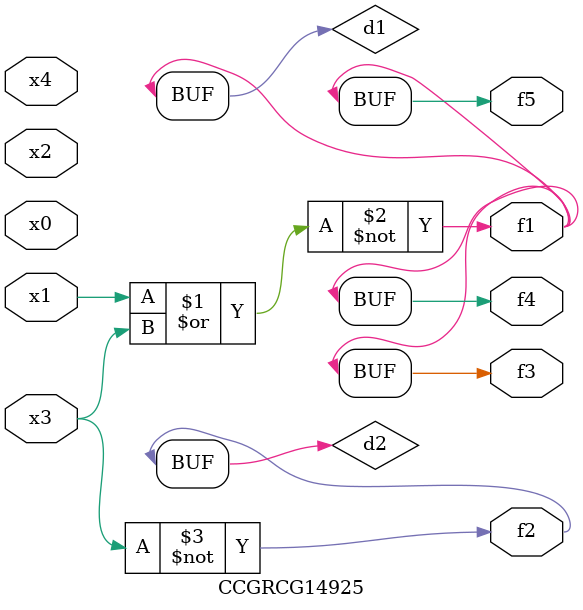
<source format=v>
module CCGRCG14925(
	input x0, x1, x2, x3, x4,
	output f1, f2, f3, f4, f5
);

	wire d1, d2;

	nor (d1, x1, x3);
	not (d2, x3);
	assign f1 = d1;
	assign f2 = d2;
	assign f3 = d1;
	assign f4 = d1;
	assign f5 = d1;
endmodule

</source>
